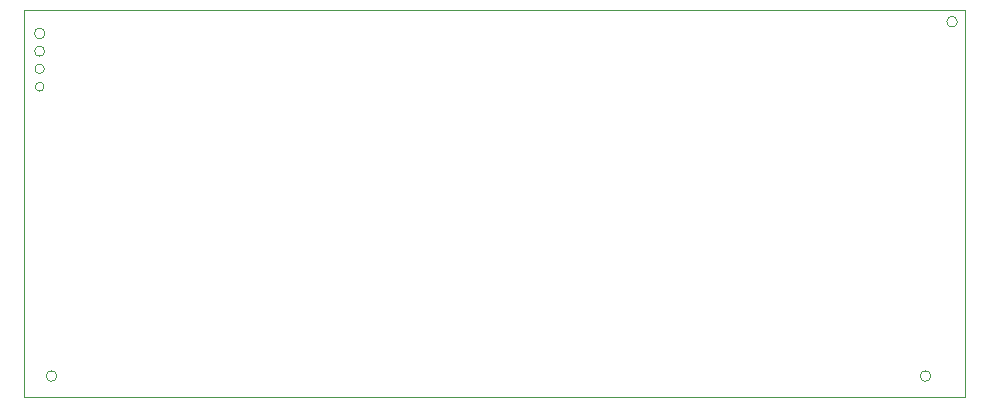
<source format=gm1>
G04 #@! TF.GenerationSoftware,KiCad,Pcbnew,(5.1.6-0-10_14)*
G04 #@! TF.CreationDate,2021-11-25T16:37:17+09:00*
G04 #@! TF.ProjectId,peltier+relay,70656c74-6965-4722-9b72-656c61792e6b,rev?*
G04 #@! TF.SameCoordinates,Original*
G04 #@! TF.FileFunction,Profile,NP*
%FSLAX46Y46*%
G04 Gerber Fmt 4.6, Leading zero omitted, Abs format (unit mm)*
G04 Created by KiCad (PCBNEW (5.1.6-0-10_14)) date 2021-11-25 16:37:17*
%MOMM*%
%LPD*%
G01*
G04 APERTURE LIST*
G04 #@! TA.AperFunction,Profile*
%ADD10C,0.100000*%
G04 #@! TD*
G04 APERTURE END LIST*
D10*
X100185000Y-88270000D02*
G75*
G03*
X100185000Y-88270000I-375000J0D01*
G01*
X100210000Y-86770000D02*
G75*
G03*
X100210000Y-86770000I-400000J0D01*
G01*
X100235000Y-85270000D02*
G75*
G03*
X100235000Y-85270000I-425000J0D01*
G01*
X177510000Y-82770000D02*
G75*
G03*
X177510000Y-82770000I-450000J0D01*
G01*
X175260000Y-112770000D02*
G75*
G03*
X175260000Y-112770000I-450000J0D01*
G01*
X101260000Y-112770000D02*
G75*
G03*
X101260000Y-112770000I-450000J0D01*
G01*
X100260000Y-83770000D02*
G75*
G03*
X100260000Y-83770000I-450000J0D01*
G01*
X178171000Y-114520000D02*
X98500000Y-114520000D01*
X98500000Y-81790000D02*
X178171000Y-81790000D01*
X98500000Y-114520000D02*
X98500000Y-81790000D01*
X178171000Y-81790000D02*
X178171000Y-114520000D01*
M02*

</source>
